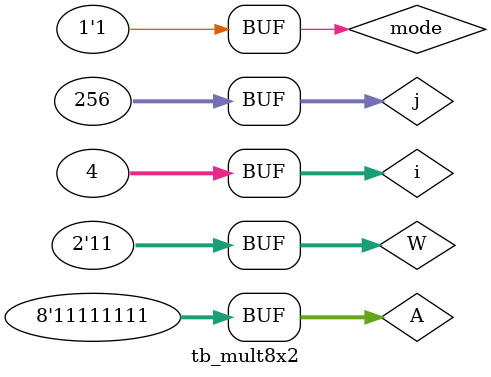
<source format=v>
`timescale 1ns / 1ps


module tb_mult8x2;
    reg [1:0] W;
    reg [7:0] A;
    reg mode;
    wire [9:0] OUT;
    multiplier_8x2 mp (W, A, mode, OUT);
    integer i, j;
    initial
    begin
        mode = 0;
        for (i=0; i<4; i=i+1) begin
            for(j=0; j<256; j=j+1) begin
                #2 W=i; A=j;         
            end
        end
        mode = 1;
        for (i=0; i<4; i=i+1) begin
            for(j=0; j<256; j=j+1) begin
                #2 W=i; A=j;         
            end
        end
    end

endmodule


</source>
